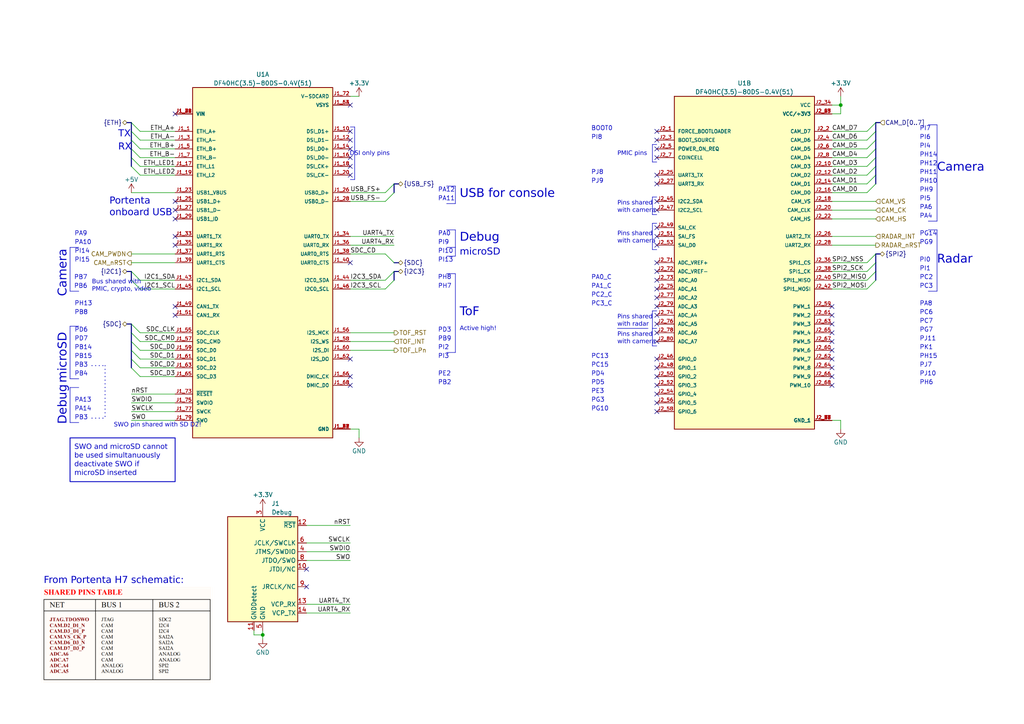
<source format=kicad_sch>
(kicad_sch (version 20230121) (generator eeschema)
  (paper "A4")
  (title_block (title "Heterogeneous radar, RGB, and ToF sensor board") (date "2023-04-24") (rev "1.2") (company "Center for Project-Based Learning") (comment 1 "Zoltán Marcsek"))
  (junction (at 243.84 30.48))
  (junction (at 76.2 184.15))
  (no_connect (at 190.5 81.28))
  (no_connect (at 241.3 96.52))
  (no_connect (at 88.9 165.1))
  (no_connect (at 101.6 43.18))
  (no_connect (at 241.3 104.14))
  (no_connect (at 241.3 106.68))
  (no_connect (at 190.5 78.74))
  (no_connect (at 88.9 170.18))
  (no_connect (at 190.5 45.72))
  (no_connect (at 190.5 116.84))
  (no_connect (at 190.5 119.38))
  (no_connect (at 190.5 68.58))
  (no_connect (at 241.3 91.44))
  (no_connect (at 190.5 40.64))
  (no_connect (at 190.5 58.42))
  (no_connect (at 190.5 71.12))
  (no_connect (at 190.5 88.9))
  (no_connect (at 101.6 104.14))
  (no_connect (at 190.5 50.8))
  (no_connect (at 190.5 38.1))
  (no_connect (at 190.5 111.76))
  (no_connect (at 101.6 111.76))
  (no_connect (at 241.3 88.9))
  (no_connect (at 190.5 96.52))
  (no_connect (at 50.8 33.02))
  (no_connect (at 190.5 53.34))
  (no_connect (at 50.8 71.12))
  (no_connect (at 241.3 101.6))
  (no_connect (at 190.5 43.18))
  (no_connect (at 50.8 60.96))
  (no_connect (at 190.5 109.22))
  (no_connect (at 101.6 48.26))
  (no_connect (at 190.5 104.14))
  (no_connect (at 190.5 91.44))
  (no_connect (at 50.8 88.9))
  (no_connect (at 190.5 93.98))
  (no_connect (at 190.5 99.06))
  (no_connect (at 101.6 40.64))
  (no_connect (at 101.6 30.48))
  (no_connect (at 190.5 66.04))
  (no_connect (at 101.6 50.8))
  (no_connect (at 241.3 99.06))
  (no_connect (at 190.5 83.82))
  (no_connect (at 50.8 58.42))
  (no_connect (at 101.6 45.72))
  (no_connect (at 241.3 93.98))
  (no_connect (at 50.8 91.44))
  (no_connect (at 101.6 109.22))
  (no_connect (at 190.5 60.96))
  (no_connect (at 50.8 68.58))
  (no_connect (at 190.5 76.2))
  (no_connect (at 241.3 109.22))
  (no_connect (at 241.3 111.76))
  (no_connect (at 190.5 106.68))
  (no_connect (at 101.6 76.2))
  (no_connect (at 50.8 63.5))
  (no_connect (at 190.5 86.36))
  (no_connect (at 101.6 38.1))
  (no_connect (at 190.5 114.3))
  (bus_entry (at 254 38.1) (size -2.54 2.54))
  (bus_entry (at 114.3 81.28) (size -2.54 2.54))
  (bus_entry (at 254 35.56) (size -2.54 2.54))
  (bus_entry (at 114.3 53.34) (size -2.54 2.54))
  (bus_entry (at 38.1 101.6) (size 2.54 2.54))
  (bus_entry (at 38.1 48.26) (size 2.54 2.54))
  (bus_entry (at 254 78.74) (size -2.54 2.54))
  (bus_entry (at 254 50.8) (size -2.54 2.54))
  (bus_entry (at 38.1 38.1) (size 2.54 2.54))
  (bus_entry (at 254 48.26) (size -2.54 2.54))
  (bus_entry (at 114.3 76.2) (size -2.54 -2.54))
  (bus_entry (at 114.3 78.74) (size -2.54 2.54))
  (bus_entry (at 254 40.64) (size -2.54 2.54))
  (bus_entry (at 38.1 43.18) (size 2.54 2.54))
  (bus_entry (at 254 81.28) (size -2.54 2.54))
  (bus_entry (at 38.1 104.14) (size 2.54 2.54))
  (bus_entry (at 38.1 35.56) (size 2.54 2.54))
  (bus_entry (at 38.1 40.64) (size 2.54 2.54))
  (bus_entry (at 254 43.18) (size -2.54 2.54))
  (bus_entry (at 254 76.2) (size -2.54 2.54))
  (bus_entry (at 254 53.34) (size -2.54 2.54))
  (bus_entry (at 38.1 78.74) (size 2.54 2.54))
  (bus_entry (at 38.1 81.28) (size 2.54 2.54))
  (bus_entry (at 38.1 106.68) (size 2.54 2.54))
  (bus_entry (at 38.1 45.72) (size 2.54 2.54))
  (bus_entry (at 38.1 93.98) (size 2.54 2.54))
  (bus_entry (at 38.1 96.52) (size 2.54 2.54))
  (bus_entry (at 254 73.66) (size -2.54 2.54))
  (bus_entry (at 114.3 55.88) (size -2.54 2.54))
  (bus_entry (at 254 45.72) (size -2.54 2.54))
  (bus_entry (at 38.1 99.06) (size 2.54 2.54))
  (wire (pts (xy 241.3 58.42) (xy 254 58.42)))
  (wire (pts (xy 243.84 33.02) (xy 241.3 33.02)))
  (wire (pts (xy 243.84 30.48) (xy 243.84 33.02)))
  (polyline (pts (xy 102.87 36.83) (xy 102.87 52.07)))
  (polyline (pts (xy 190.5 57.15) (xy 189.23 57.15)))
  (bus (pts (xy 114.3 78.74) (xy 114.3 81.28)))
  (polyline (pts (xy 129.54 71.755) (xy 132.08 71.755)))
  (wire (pts (xy 38.1 119.38) (xy 50.8 119.38)))
  (wire (pts (xy 114.3 96.52) (xy 101.6 96.52)))
  (bus (pts (xy 38.1 38.1) (xy 38.1 40.64)))
  (bus (pts (xy 38.1 96.52) (xy 38.1 99.06)))
  (wire (pts (xy 101.6 55.88) (xy 111.76 55.88)))
  (wire (pts (xy 38.1 55.88) (xy 50.8 55.88)))
  (wire (pts (xy 73.66 182.88) (xy 73.66 184.15)))
  (polyline (pts (xy 129.54 102.235) (xy 132.08 102.235)))
  (wire (pts (xy 241.3 81.28) (xy 251.46 81.28)))
  (wire (pts (xy 241.3 83.82) (xy 251.46 83.82)))
  (bus (pts (xy 254 76.2) (xy 254 78.74)))
  (wire (pts (xy 101.6 162.56) (xy 88.9 162.56)))
  (polyline (pts (xy 129.54 74.295) (xy 132.08 74.295)))
  (bus (pts (xy 254 78.74) (xy 254 81.28)))
  (bus (pts (xy 38.1 104.14) (xy 38.1 106.68)))
  (polyline (pts (xy 132.08 59.055) (xy 132.08 53.975)))
  (bus (pts (xy 255.27 73.66) (xy 254 73.66)))
  (bus (pts (xy 38.1 93.98) (xy 38.1 96.52)))
  (polyline (pts (xy 269.24 64.135) (xy 271.78 64.135)))
  (wire (pts (xy 243.84 27.94) (xy 243.84 30.48)))
  (wire (pts (xy 101.6 71.12) (xy 114.3 71.12)))
  (polyline (pts (xy 22.86 84.455) (xy 20.32 84.455)))
  (wire (pts (xy 241.3 76.2) (xy 251.46 76.2)))
  (polyline (pts (xy 190.5 95.25) (xy 189.23 95.25)))
  (polyline (pts (xy 190.5 90.17) (xy 189.23 90.17)))
  (wire (pts (xy 241.3 55.88) (xy 251.46 55.88)))
  (wire (pts (xy 241.3 38.1) (xy 251.46 38.1)))
  (bus (pts (xy 254 50.8) (xy 254 53.34)))
  (wire (pts (xy 101.6 58.42) (xy 111.76 58.42)))
  (polyline (pts (xy 132.08 71.755) (xy 132.08 74.295)))
  (polyline (pts (xy 189.23 62.23) (xy 190.5 62.23)))
  (bus (pts (xy 38.1 78.74) (xy 38.1 81.28)))
  (bus (pts (xy 254 35.56) (xy 254 38.1)))
  (bus (pts (xy 115.57 78.74) (xy 114.3 78.74)))
  (polyline (pts (xy 129.54 59.055) (xy 132.08 59.055)))
  (wire (pts (xy 241.3 50.8) (xy 251.46 50.8)))
  (wire (pts (xy 101.6 73.66) (xy 111.76 73.66)))
  (polyline (pts (xy 189.23 46.99) (xy 190.5 46.99)))
  (wire (pts (xy 40.64 101.6) (xy 50.8 101.6)))
  (polyline (pts (xy 271.78 66.675) (xy 271.78 84.455)))
  (wire (pts (xy 114.3 99.06) (xy 101.6 99.06)))
  (bus (pts (xy 36.83 93.98) (xy 38.1 93.98)))
  (polyline (pts (xy 20.32 122.555) (xy 22.86 122.555)))
  (wire (pts (xy 243.84 121.92) (xy 241.3 121.92)))
  (bus (pts (xy 38.1 35.56) (xy 38.1 38.1)))
  (polyline (pts (xy 129.54 53.975) (xy 132.08 53.975)))
  (wire (pts (xy 104.14 127) (xy 104.14 124.46)))
  (polyline (pts (xy 132.08 79.375) (xy 132.08 102.235)))
  (polyline (pts (xy 269.24 36.195) (xy 271.78 36.195)))
  (wire (pts (xy 40.64 99.06) (xy 50.8 99.06)))
  (bus (pts (xy 254 40.64) (xy 254 43.18)))
  (polyline (pts (xy 179.07 95.25) (xy 187.96 95.25)))
  (polyline (pts (xy 269.24 66.675) (xy 271.78 66.675)))
  (polyline (pts (xy 20.32 71.755) (xy 20.32 84.455)))
  (wire (pts (xy 101.6 83.82) (xy 111.76 83.82)))
  (polyline (pts (xy 190.5 41.91) (xy 189.23 41.91)))
  (polyline (pts (xy 189.23 100.33) (xy 190.5 100.33)))
  (bus (pts (xy 114.3 53.34) (xy 114.3 55.88)))
  (wire (pts (xy 40.64 81.28) (xy 50.8 81.28)))
  (wire (pts (xy 38.1 76.2) (xy 50.8 76.2)))
  (wire (pts (xy 101.6 68.58) (xy 114.3 68.58)))
  (wire (pts (xy 241.3 48.26) (xy 251.46 48.26)))
  (wire (pts (xy 40.64 109.22) (xy 50.8 109.22)))
  (polyline (pts (xy 30.48 106.045) (xy 30.48 121.285)) (stroke (width 0.25) (type dot)))
  (wire (pts (xy 73.66 184.15) (xy 76.2 184.15)))
  (wire (pts (xy 88.9 177.8) (xy 101.6 177.8)))
  (bus (pts (xy 254 43.18) (xy 254 45.72)))
  (polyline (pts (xy 129.54 66.675) (xy 132.08 66.675)))
  (polyline (pts (xy 101.6 52.07) (xy 102.87 52.07)))
  (polyline (pts (xy 189.23 41.91) (xy 189.23 46.99)))
  (bus (pts (xy 36.83 78.74) (xy 38.1 78.74)))
  (wire (pts (xy 241.3 60.96) (xy 254 60.96)))
  (polyline (pts (xy 22.86 112.395) (xy 20.32 112.395)))
  (bus (pts (xy 36.83 35.56) (xy 38.1 35.56)))
  (wire (pts (xy 40.64 40.64) (xy 50.8 40.64)))
  (polyline (pts (xy 20.32 112.395) (xy 20.32 122.555)))
  (wire (pts (xy 241.3 30.48) (xy 243.84 30.48)))
  (wire (pts (xy 76.2 184.15) (xy 76.2 182.88)))
  (polyline (pts (xy 22.86 71.755) (xy 20.32 71.755)))
  (bus (pts (xy 38.1 40.64) (xy 38.1 43.18)))
  (wire (pts (xy 88.9 175.26) (xy 101.6 175.26)))
  (bus (pts (xy 114.3 76.2) (xy 115.57 76.2)))
  (polyline (pts (xy 189.23 57.15) (xy 189.23 62.23)))
  (wire (pts (xy 38.1 116.84) (xy 50.8 116.84)))
  (polyline (pts (xy 101.6 36.83) (xy 102.87 36.83)))
  (wire (pts (xy 241.3 78.74) (xy 251.46 78.74)))
  (polyline (pts (xy 271.78 36.195) (xy 271.78 64.135)))
  (polyline (pts (xy 26.67 106.045) (xy 30.48 106.045)) (stroke (width 0.25) (type dot)))
  (wire (pts (xy 101.6 27.94) (xy 104.14 27.94)))
  (wire (pts (xy 40.64 106.68) (xy 50.8 106.68)))
  (wire (pts (xy 101.6 81.28) (xy 111.76 81.28)))
  (bus (pts (xy 38.1 43.18) (xy 38.1 45.72)))
  (wire (pts (xy 40.64 50.8) (xy 50.8 50.8)))
  (wire (pts (xy 38.1 73.66) (xy 50.8 73.66)))
  (wire (pts (xy 101.6 157.48) (xy 88.9 157.48)))
  (polyline (pts (xy 22.86 94.615) (xy 20.32 94.615)))
  (wire (pts (xy 101.6 152.4) (xy 88.9 152.4)))
  (wire (pts (xy 101.6 160.02) (xy 88.9 160.02)))
  (wire (pts (xy 104.14 124.46) (xy 101.6 124.46)))
  (polyline (pts (xy 189.23 95.25) (xy 189.23 100.33)))
  (polyline (pts (xy 20.32 94.615) (xy 20.32 109.855)))
  (wire (pts (xy 243.84 124.46) (xy 243.84 121.92)))
  (wire (pts (xy 38.1 114.3) (xy 50.8 114.3)))
  (wire (pts (xy 241.3 43.18) (xy 251.46 43.18)))
  (wire (pts (xy 40.64 43.18) (xy 50.8 43.18)))
  (wire (pts (xy 241.3 53.34) (xy 251.46 53.34)))
  (wire (pts (xy 40.64 96.52) (xy 50.8 96.52)))
  (bus (pts (xy 38.1 99.06) (xy 38.1 101.6)))
  (wire (pts (xy 76.2 185.42) (xy 76.2 184.15)))
  (bus (pts (xy 254 38.1) (xy 254 40.64)))
  (wire (pts (xy 40.64 38.1) (xy 50.8 38.1)))
  (wire (pts (xy 40.64 48.26) (xy 50.8 48.26)))
  (polyline (pts (xy 269.24 84.455) (xy 271.78 84.455)))
  (polyline (pts (xy 189.23 90.17) (xy 189.23 95.25)))
  (wire (pts (xy 241.3 40.64) (xy 251.46 40.64)))
  (wire (pts (xy 38.1 121.92) (xy 50.8 121.92)))
  (bus (pts (xy 254 48.26) (xy 254 50.8)))
  (wire (pts (xy 40.64 83.82) (xy 50.8 83.82)))
  (bus (pts (xy 115.57 53.34) (xy 114.3 53.34)))
  (polyline (pts (xy 132.08 71.755) (xy 132.08 66.675)))
  (wire (pts (xy 40.64 104.14) (xy 50.8 104.14)))
  (polyline (pts (xy 26.67 121.285) (xy 30.48 121.285)) (stroke (width 0.25) (type dot)))
  (polyline (pts (xy 22.86 109.855) (xy 20.32 109.855)))
  (bus (pts (xy 254 73.66) (xy 254 76.2)))
  (wire (pts (xy 241.3 68.58) (xy 254 68.58)))
  (bus (pts (xy 38.1 101.6) (xy 38.1 104.14)))
  (wire (pts (xy 241.3 63.5) (xy 254 63.5)))
  (bus (pts (xy 255.27 35.56) (xy 254 35.56)))
  (bus (pts (xy 254 45.72) (xy 254 48.26)))
  (polyline (pts (xy 190.5 64.77) (xy 189.23 64.77)))
  (polyline (pts (xy 129.54 79.375) (xy 132.08 79.375)))
  (wire (pts (xy 114.3 101.6) (xy 101.6 101.6)))
  (wire (pts (xy 241.3 45.72) (xy 251.46 45.72)))
  (wire (pts (xy 241.3 71.12) (xy 254 71.12)))
  (wire (pts (xy 40.64 45.72) (xy 50.8 45.72)))
  (polyline (pts (xy 189.23 72.39) (xy 190.5 72.39)))
  (bus (pts (xy 38.1 45.72) (xy 38.1 48.26)))
  (polyline (pts (xy 189.23 64.77) (xy 189.23 72.39)))
  (image (at 36.83 184.15) (scale 0.848019))
  (text_box "SWO and microSD cannot be used simultanuously\ndeactivate SWO if microSD inserted" (at 20.32 127 0) (size 30.48 12.7) (stroke (width 0.25)) (effects (font (size 1.5 1.5)) (justify left)))
  (text "PI14" (at 21.59 73.66 0) (effects (font (size 1.27 1.27)) (justify left bottom)))
  (text "PI1" (at 266.7 78.74 0) (effects (font (size 1.27 1.27)) (justify left bottom)))
  (text "PA12" (at 127 55.88 0) (effects (font (size 1.27 1.27)) (justify left bottom)))
  (text "PB7" (at 25.4 81.28 0) (effects (font (size 1.27 1.27)) (justify right bottom)))
  (text "PH13" (at 21.5803 88.8638 0) (effects (font (size 1.27 1.27)) (justify left bottom)))
  (text "PA10" (at 21.59 71.12 0) (effects (font (size 1.27 1.27)) (justify left bottom)))
  (text "PMIC pins" (at 179.07 45.72 0) (effects (font (size 1.27 1.27)) (justify left bottom)))
  (text "PA13" (at 21.59 116.84 0) (effects (font (size 1.27 1.27)) (justify left bottom)))
  (text "PC3_C" (at 171.45 88.9 0) (effects (font (size 1.27 1.27)) (justify left bottom)))
  (text "PG10" (at 171.45 119.38 0) (effects (font (size 1.27 1.27)) (justify left bottom)))
  (text "PD4" (at 171.45 109.22 0) (effects (font (size 1.27 1.27)) (justify left bottom)))
  (text "PI3" (at 127 104.14 0) (effects (font (size 1.27 1.27)) (justify left bottom)))
  (text "PJ7" (at 266.7 106.68 0) (effects (font (size 1.27 1.27)) (justify left bottom)))
  (text "PI10" (at 127 73.66 0) (effects (font (size 1.27 1.27)) (justify left bottom)))
  (text "PH7" (at 127 83.82 0) (effects (font (size 1.27 1.27)) (justify left bottom)))
  (text "PG14" (at 266.7 68.58 0) (effects (font (size 1.27 1.27)) (justify left bottom)))
  (text "PA1_C" (at 171.45 83.82 0) (effects (font (size 1.27 1.27)) (justify left bottom)))
  (text "PH9" (at 266.7 55.88 0) (effects (font (size 1.27 1.27)) (justify left bottom)))
  (text "PH6" (at 266.7 111.76 0) (effects (font (size 1.27 1.27)) (justify left bottom)))
  (text "RX" (at 34.29 44.45 0) (effects (font (size 2 2)) (justify left bottom)))
  (text "Camera" (at 271.78 50.8 0) (effects (font (size 2.5 2.5)) (justify left bottom)))
  (text "microSD" (at 133.35 74.93 0) (effects (font (size 2 2)) (justify left bottom)))
  (text "PI9" (at 127 71.12 0) (effects (font (size 1.27 1.27)) (justify left bottom)))
  (text "Bus shared with\nPMIC, crypto, video" (at 26.67 85.09 0) (effects (font (size 1.27 1.27)) (justify left bottom)))
  (text "PJ10" (at 266.7 109.22 0) (effects (font (size 1.27 1.27)) (justify left bottom)))
  (text "PD5" (at 171.45 111.76 0) (effects (font (size 1.27 1.27)) (justify left bottom)))
  (text "PI8" (at 171.45 40.64 0) (effects (font (size 1.27 1.27)) (justify left bottom)))
  (text "PH10" (at 266.7 53.34 0) (effects (font (size 1.27 1.27)) (justify left bottom)))
  (text "USB for console" (at 133.35 58.42 0) (effects (font (size 2.5 2.5)) (justify left bottom)))
  (text "Active high!" (at 133.35 96.52 0) (effects (font (size 1.27 1.27)) (justify left bottom)))
  (text "PB8" (at 21.59 91.44 0) (effects (font (size 1.27 1.27)) (justify left bottom)))
  (text "Pins shared\nwith radar" (at 179.07 95.25 0) (effects (font (size 1.27 1.27)) (justify left bottom)))
  (text "PH14" (at 266.7 45.72 0) (effects (font (size 1.27 1.27)) (justify left bottom)))
  (text "PA6" (at 266.7 60.96 0) (effects (font (size 1.27 1.27)) (justify left bottom)))
  (text "PC7" (at 266.7 93.98 0) (effects (font (size 1.27 1.27)) (justify left bottom)))
  (text "PC2_C" (at 171.45 86.36 0) (effects (font (size 1.27 1.27)) (justify left bottom)))
  (text "PA4" (at 266.7 63.5 0) (effects (font (size 1.27 1.27)) (justify left bottom)))
  (text "ToF" (at 133.35 92.71 0) (effects (font (size 2.5 2.5)) (justify left bottom)))
  (text "PH15" (at 266.7 104.14 0) (effects (font (size 1.27 1.27)) (justify left bottom)))
  (text "PB6" (at 25.4 83.82 0) (effects (font (size 1.27 1.27)) (justify right bottom)))
  (text "PJ11" (at 266.7 99.06 0) (effects (font (size 1.27 1.27)) (justify left bottom)))
  (text "microSD" (at 20.32 96.52 90) (effects (font (size 2.5 2.5)) (justify right bottom)))
  (text "PE2" (at 127 109.22 0) (effects (font (size 1.27 1.27)) (justify left bottom)))
  (text "Pins shared\nwith camera" (at 179.07 62.23 0) (effects (font (size 1.27 1.27)) (justify left bottom)))
  (text "PH11" (at 266.7 50.8 0) (effects (font (size 1.27 1.27)) (justify left bottom)))
  (text "PB4" (at 21.59 109.22 0) (effects (font (size 1.27 1.27)) (justify left bottom)))
  (text "PD3" (at 127 96.52 0) (effects (font (size 1.27 1.27)) (justify left bottom)))
  (text "Pins shared\nwith camera" (at 179.07 100.33 0) (effects (font (size 1.27 1.27)) (justify left bottom)))
  (text "PB14" (at 21.59 101.6 0) (effects (font (size 1.27 1.27)) (justify left bottom)))
  (text "Portenta\nonboard USB" (at 31.75 63.5 0) (effects (font (size 2 2)) (justify left bottom)))
  (text "PC15" (at 171.45 106.68 0) (effects (font (size 1.27 1.27)) (justify left bottom)))
  (text "PC2" (at 266.7 81.28 0) (effects (font (size 1.27 1.27)) (justify left bottom)))
  (text "PG9" (at 266.7 71.12 0) (effects (font (size 1.27 1.27)) (justify left bottom)))
  (text "PI13" (at 127 76.2 0) (effects (font (size 1.27 1.27)) (justify left bottom)))
  (text "PD7" (at 21.59 99.06 0) (effects (font (size 1.27 1.27)) (justify left bottom)))
  (text "PC6" (at 266.7 91.44 0) (effects (font (size 1.27 1.27)) (justify left bottom)))
  (text "DSI only pins" (at 113.03 45.72 0) (effects (font (size 1.27 1.27)) (justify right bottom)))
  (text "PH12" (at 266.7 48.26 0) (effects (font (size 1.27 1.27)) (justify left bottom)))
  (text "Debug" (at 133.35 71.12 0) (effects (font (size 2.5 2.5)) (justify left bottom)))
  (text "Radar" (at 271.78 77.47 0) (effects (font (size 2.5 2.5)) (justify left bottom)))
  (text "PA14" (at 21.59 119.38 0) (effects (font (size 1.27 1.27)) (justify left bottom)))
  (text "PB3" (at 21.59 106.68 0) (effects (font (size 1.27 1.27)) (justify left bottom)))
  (text "SWO pin shared with SD D2!" (at 33.02 124.46 0) (effects (font (size 1.27 1.27)) (justify left bottom)))
  (text "PD6" (at 21.59 96.52 0) (effects (font (size 1.27 1.27)) (justify left bottom)))
  (text "PG3" (at 171.45 116.84 0) (effects (font (size 1.27 1.27)) (justify left bottom)))
  (text "PI4" (at 266.7 43.18 0) (effects (font (size 1.27 1.27)) (justify left bottom)))
  (text "PI0" (at 266.6591 76.1941 0) (effects (font (size 1.27 1.27)) (justify left bottom)))
  (text "PB9" (at 127 99.06 0) (effects (font (size 1.27 1.27)) (justify left bottom)))
  (text "PB2" (at 127 111.76 0) (effects (font (size 1.27 1.27)) (justify left bottom)))
  (text "PB15" (at 21.59 104.14 0) (effects (font (size 1.27 1.27)) (justify left bottom)))
  (text "PH8" (at 126.9611 81.2411 0) (effects (font (size 1.27 1.27)) (justify left bottom)))
  (text "PJ8" (at 171.4335 50.7999 0) (effects (font (size 1.27 1.27)) (justify left bottom)))
  (text "Debug" (at 20.32 123.19 90) (effects (font (size 2.5 2.5)) (justify left bottom)))
  (text "PJ9" (at 171.45 53.34 0) (effects (font (size 1.27 1.27)) (justify left bottom)))
  (text "PC13" (at 171.45 104.14 0) (effects (font (size 1.27 1.27)) (justify left bottom)))
  (text "PI2" (at 127 101.6 0) (effects (font (size 1.27 1.27)) (justify left bottom)))
  (text "TX" (at 34.29 40.64 0) (effects (font (size 2 2)) (justify left bottom)))
  (text "BOOT0" (at 171.4335 38.0821 0) (effects (font (size 1.27 1.27)) (justify left bottom)))
  (text "Pins shared\nwith camera" (at 179.07 71.12 0) (effects (font (size 1.27 1.27)) (justify left bottom)))
  (text "PI6" (at 266.7 40.64 0) (effects (font (size 1.27 1.27)) (justify left bottom)))
  (text "PA9" (at 21.567 68.5741 0) (effects (font (size 1.27 1.27)) (justify left bottom)))
  (text "PK1" (at 266.7 101.6 0) (effects (font (size 1.27 1.27)) (justify left bottom)))
  (text "PI7" (at 266.7 38.1 0) (effects (font (size 1.27 1.27)) (justify left bottom)))
  (text "PG7" (at 266.7 96.52 0) (effects (font (size 1.27 1.27)) (justify left bottom)))
  (text "PB3" (at 21.59 121.92 0) (effects (font (size 1.27 1.27)) (justify left bottom)))
  (text "PI5" (at 266.7 58.42 0) (effects (font (size 1.27 1.27)) (justify left bottom)))
  (text "Camera" (at 20.32 72.39 90) (effects (font (size 2.5 2.5)) (justify right bottom)))
  (text "PE3" (at 171.45 114.3 0) (effects (font (size 1.27 1.27)) (justify left bottom)))
  (text "PI15" (at 21.59 76.2 0) (effects (font (size 1.27 1.27)) (justify left bottom)))
  (text "PC3" (at 266.7 83.82 0) (effects (font (size 1.27 1.27)) (justify left bottom)))
  (text "PA11" (at 127 58.42 0) (effects (font (size 1.27 1.27)) (justify left bottom)))
  (text "PA0_C" (at 171.45 81.28 0) (effects (font (size 1.27 1.27)) (justify left bottom)))
  (text "From Portenta H7 schematic:" (at 12.7 170.18 0) (effects (font (size 2 2)) (justify left bottom)))
  (text "PA8" (at 266.7 88.9 0) (effects (font (size 1.27 1.27)) (justify left bottom)))
  (text "PA0" (at 127 68.58 0) (effects (font (size 1.27 1.27)) (justify left bottom)))
  (label "SWDIO" (at 101.6 160.02 180))
  (label "SWO" (at 101.6 162.56 180))
  (label "CAM_D2" (at 241.3 50.8 0))
  (label "SWDIO" (at 38.1 116.84 0))
  (label "SDC_D2" (at 50.8 106.68 180))
  (label "ETH_A-" (at 50.8 40.64 180))
  (label "ETH_A+" (at 50.8 38.1 180))
  (label "nRST" (at 101.6 152.4 180))
  (label "UART4_TX" (at 114.3 68.58 180))
  (label "CAM_D7" (at 241.3 38.1 0))
  (label "ETH_LED2" (at 50.8 50.8 180))
  (label "CAM_D5" (at 241.3 43.18 0))
  (label "SPI2_NSS" (at 241.3 76.2 0))
  (label "CAM_D0" (at 241.3 55.88 0))
  (label "ETH_B-" (at 50.8 45.72 180))
  (label "SPI2_MOSI" (at 241.3 83.82 0))
  (label "SDC_D0" (at 50.8 101.6 180))
  (label "SDC_CD" (at 101.6 73.66 0))
  (label "I2C1_SCL" (at 50.8 83.82 180))
  (label "I2C3_SDA" (at 101.6 81.28 0))
  (label "SWCLK" (at 38.1 119.38 0))
  (label "I2C1_SDA" (at 50.8 81.28 180))
  (label "UART4_RX" (at 101.6 177.8 180))
  (label "SPI2_MISO" (at 241.3 81.28 0))
  (label "I2C3_SCL" (at 101.6 83.82 0))
  (label "ETH_LED1" (at 50.8 48.26 180))
  (label "CAM_D3" (at 241.3 48.26 0))
  (label "SDC_CMD" (at 50.8 99.06 180))
  (label "ETH_B+" (at 50.8 43.18 180))
  (label "SWO" (at 38.1 121.92 0))
  (label "CAM_D1" (at 241.3 53.34 0))
  (label "USB_FS+" (at 101.6 55.88 0))
  (label "UART4_TX" (at 101.6 175.26 180))
  (label "SWCLK" (at 101.6 157.48 180))
  (label "UART4_RX" (at 114.3 71.12 180))
  (label "USB_FS-" (at 101.6 58.42 0))
  (label "SDC_D1" (at 50.8 104.14 180))
  (label "CAM_D6" (at 241.3 40.64 0))
  (label "SDC_CLK" (at 50.8 96.52 180))
  (label "CAM_D4" (at 241.3 45.72 0))
  (label "SPI2_SCK" (at 241.3 78.74 0))
  (label "nRST" (at 38.1 114.3 0))
  (label "SDC_D3" (at 50.8 109.22 180))
  (hierarchical_label "TOF_LPn" (shape output) (at 114.3 101.6 0))
  (hierarchical_label "CAM_VS" (shape input) (at 254 58.42 0))
  (hierarchical_label "{I2C3}" (shape bidirectional) (at 115.57 78.74 0))
  (hierarchical_label "CAM_CK" (shape input) (at 254 60.96 0))
  (hierarchical_label "{SPI2}" (shape bidirectional) (at 255.27 73.66 0))
  (hierarchical_label "{SDC}" (shape bidirectional) (at 115.57 76.2 0))
  (hierarchical_label "CAM_nRST" (shape output) (at 38.1 76.2 180))
  (hierarchical_label "CAM_HS" (shape input) (at 254 63.5 0))
  (hierarchical_label "CAM_D[0..7]" (shape input) (at 255.27 35.56 0))
  (hierarchical_label "RADAR_INT" (shape input) (at 254 68.58 0))
  (hierarchical_label "RADAR_nRST" (shape output) (at 254 71.12 0))
  (hierarchical_label "{SDC}" (shape bidirectional) (at 36.83 93.98 180))
  (hierarchical_label "TOF_INT" (shape input) (at 114.3 99.06 0))
  (hierarchical_label "TOF_RST" (shape output) (at 114.3 96.52 0))
  (hierarchical_label "{ETH}" (shape bidirectional) (at 36.83 35.56 180))
  (hierarchical_label "{I2C1}" (shape bidirectional) (at 36.83 78.74 180))
  (hierarchical_label "{USB_FS}" (shape bidirectional) (at 115.57 53.34 0))
  (hierarchical_label "CAM_PWDN" (shape output) (at 38.1 73.66 180))
  (symbol (lib_id "power:GND") (at 104.14 127 0) (unit 1)
    (property "Reference" "#PWR05" (effects hide))
    (property "Value" "GND" (at 104.14 130.81 0))
  )
  (symbol (lib_id "power:+3.3V") (at 76.2 147.32 0) (unit 1)
    (property "Reference" "#PWR06" (effects hide))
    (property "Value" "+3.3V" (at 76.2 143.51 0))
  )
  (symbol (lib_id "Connector:Conn_ST_STDC14") (at 76.2 165.1 0) (unit 1)
    (property "Reference" "J1" (at 78.74 146.05 0) (effects (justify left)))
    (property "Value" "Debug" (at 78.74 148.59 0) (effects (justify left)))
    (property "Footprint" "STDC14_header:PinHeader_2x07_P1.27mm_Vertical_SMD" (effects hide))
    (property "Datasheet" "https://www.st.com/content/ccc/resource/technical/document/user_manual/group1/99/49/91/b6/b2/3a/46/e5/DM00526767/files/DM00526767.pdf/jcr:content/translations/en.DM00526767.pdf" (effects hide))
  )
  (symbol (lib_id "power:+3.3V") (at 104.14 27.94 0) (unit 1)
    (property "Reference" "#PWR02" (effects hide))
    (property "Value" "+3.3V" (at 104.14 24.13 0))
  )
  (symbol (lib_id "ABX00042:ABX00042") (at 215.9 76.2 0) (unit 2)
    (property "Reference" "U1" (at 215.9 24.13 0))
    (property "Value" "DF40HC(3.5)-80DS-0.4V(51)" (at 215.9 26.67 0))
    (property "Footprint" "Portenta:MODULE_ABX00042_NOSCREWS" (effects hide))
    (property "PARTREV" "2" (effects hide))
    (property "STANDARD" "Manufacturer Recommendations" (effects hide))
    (property "MANUFACTURER" "Arduino" (effects hide))
  )
  (symbol (lib_id "power:+3.3V") (at 243.84 27.94 0) (unit 1)
    (property "Reference" "#PWR03" (effects hide))
    (property "Value" "+3.3V" (at 243.84 24.13 0))
  )
  (symbol (lib_id "power:GND") (at 243.84 124.46 0) (unit 1)
    (property "Reference" "#PWR04" (effects hide))
    (property "Value" "GND" (at 243.84 128.27 0))
  )
  (symbol (lib_id "power:GND") (at 76.2 185.42 0) (unit 1)
    (property "Reference" "#PWR07" (effects hide))
    (property "Value" "GND" (at 76.2 189.23 0))
  )
  (symbol (lib_name "ABX00042_1") (lib_id "ABX00042:ABX00042") (at 76.2 76.2 0) (unit 1)
    (property "Reference" "U1" (at 76.2 21.59 0))
    (property "Value" "DF40HC(3.5)-80DS-0.4V(51)" (at 76.2 24.13 0))
    (property "Footprint" "Portenta:MODULE_ABX00042_NOSCREWS" (effects hide))
    (property "PARTREV" "2" (effects hide))
    (property "STANDARD" "Manufacturer Recommendations" (effects hide))
    (property "MANUFACTURER" "Arduino" (effects hide))
  )
  (symbol (lib_id "power:+5V") (at 38.1 55.88 0) (unit 1)
    (property "Reference" "#PWR01" (effects hide))
    (property "Value" "+5V" (at 38.1 52.07 0))
  )
)
</source>
